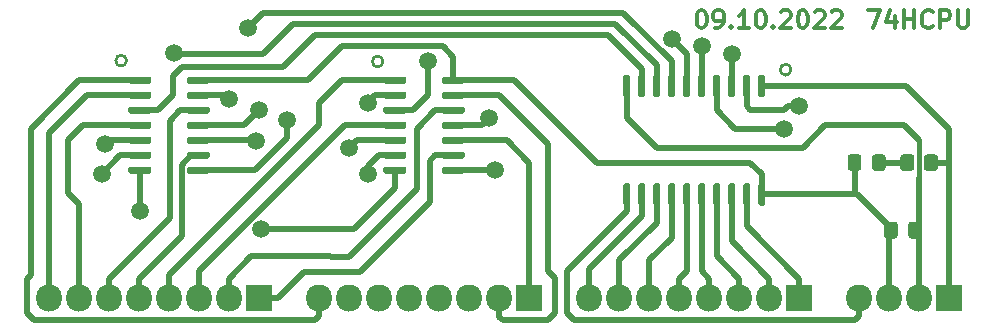
<source format=gbr>
G04 #@! TF.GenerationSoftware,KiCad,Pcbnew,(5.1.8)-1*
G04 #@! TF.CreationDate,2022-10-10T00:41:52+03:00*
G04 #@! TF.ProjectId,AND,414e442e-6b69-4636-9164-5f7063625858,rev?*
G04 #@! TF.SameCoordinates,Original*
G04 #@! TF.FileFunction,Copper,L1,Top*
G04 #@! TF.FilePolarity,Positive*
%FSLAX46Y46*%
G04 Gerber Fmt 4.6, Leading zero omitted, Abs format (unit mm)*
G04 Created by KiCad (PCBNEW (5.1.8)-1) date 2022-10-10 00:41:52*
%MOMM*%
%LPD*%
G01*
G04 APERTURE LIST*
G04 #@! TA.AperFunction,NonConductor*
%ADD10C,0.300000*%
G04 #@! TD*
G04 #@! TA.AperFunction,NonConductor*
%ADD11C,0.250000*%
G04 #@! TD*
G04 #@! TA.AperFunction,ComponentPad*
%ADD12O,2.200000X2.300000*%
G04 #@! TD*
G04 #@! TA.AperFunction,ComponentPad*
%ADD13R,2.200000X2.300000*%
G04 #@! TD*
G04 #@! TA.AperFunction,ViaPad*
%ADD14C,1.500000*%
G04 #@! TD*
G04 #@! TA.AperFunction,Conductor*
%ADD15C,0.500000*%
G04 #@! TD*
G04 #@! TA.AperFunction,Conductor*
%ADD16C,0.400000*%
G04 #@! TD*
G04 APERTURE END LIST*
D10*
X118674285Y-39818571D02*
X118817142Y-39818571D01*
X118960000Y-39890000D01*
X119031428Y-39961428D01*
X119102857Y-40104285D01*
X119174285Y-40390000D01*
X119174285Y-40747142D01*
X119102857Y-41032857D01*
X119031428Y-41175714D01*
X118960000Y-41247142D01*
X118817142Y-41318571D01*
X118674285Y-41318571D01*
X118531428Y-41247142D01*
X118460000Y-41175714D01*
X118388571Y-41032857D01*
X118317142Y-40747142D01*
X118317142Y-40390000D01*
X118388571Y-40104285D01*
X118460000Y-39961428D01*
X118531428Y-39890000D01*
X118674285Y-39818571D01*
X119888571Y-41318571D02*
X120174285Y-41318571D01*
X120317142Y-41247142D01*
X120388571Y-41175714D01*
X120531428Y-40961428D01*
X120602857Y-40675714D01*
X120602857Y-40104285D01*
X120531428Y-39961428D01*
X120460000Y-39890000D01*
X120317142Y-39818571D01*
X120031428Y-39818571D01*
X119888571Y-39890000D01*
X119817142Y-39961428D01*
X119745714Y-40104285D01*
X119745714Y-40461428D01*
X119817142Y-40604285D01*
X119888571Y-40675714D01*
X120031428Y-40747142D01*
X120317142Y-40747142D01*
X120460000Y-40675714D01*
X120531428Y-40604285D01*
X120602857Y-40461428D01*
X121245714Y-41175714D02*
X121317142Y-41247142D01*
X121245714Y-41318571D01*
X121174285Y-41247142D01*
X121245714Y-41175714D01*
X121245714Y-41318571D01*
X122745714Y-41318571D02*
X121888571Y-41318571D01*
X122317142Y-41318571D02*
X122317142Y-39818571D01*
X122174285Y-40032857D01*
X122031428Y-40175714D01*
X121888571Y-40247142D01*
X123674285Y-39818571D02*
X123817142Y-39818571D01*
X123960000Y-39890000D01*
X124031428Y-39961428D01*
X124102857Y-40104285D01*
X124174285Y-40390000D01*
X124174285Y-40747142D01*
X124102857Y-41032857D01*
X124031428Y-41175714D01*
X123960000Y-41247142D01*
X123817142Y-41318571D01*
X123674285Y-41318571D01*
X123531428Y-41247142D01*
X123460000Y-41175714D01*
X123388571Y-41032857D01*
X123317142Y-40747142D01*
X123317142Y-40390000D01*
X123388571Y-40104285D01*
X123460000Y-39961428D01*
X123531428Y-39890000D01*
X123674285Y-39818571D01*
X124817142Y-41175714D02*
X124888571Y-41247142D01*
X124817142Y-41318571D01*
X124745714Y-41247142D01*
X124817142Y-41175714D01*
X124817142Y-41318571D01*
X125460000Y-39961428D02*
X125531428Y-39890000D01*
X125674285Y-39818571D01*
X126031428Y-39818571D01*
X126174285Y-39890000D01*
X126245714Y-39961428D01*
X126317142Y-40104285D01*
X126317142Y-40247142D01*
X126245714Y-40461428D01*
X125388571Y-41318571D01*
X126317142Y-41318571D01*
X127245714Y-39818571D02*
X127388571Y-39818571D01*
X127531428Y-39890000D01*
X127602857Y-39961428D01*
X127674285Y-40104285D01*
X127745714Y-40390000D01*
X127745714Y-40747142D01*
X127674285Y-41032857D01*
X127602857Y-41175714D01*
X127531428Y-41247142D01*
X127388571Y-41318571D01*
X127245714Y-41318571D01*
X127102857Y-41247142D01*
X127031428Y-41175714D01*
X126960000Y-41032857D01*
X126888571Y-40747142D01*
X126888571Y-40390000D01*
X126960000Y-40104285D01*
X127031428Y-39961428D01*
X127102857Y-39890000D01*
X127245714Y-39818571D01*
X128317142Y-39961428D02*
X128388571Y-39890000D01*
X128531428Y-39818571D01*
X128888571Y-39818571D01*
X129031428Y-39890000D01*
X129102857Y-39961428D01*
X129174285Y-40104285D01*
X129174285Y-40247142D01*
X129102857Y-40461428D01*
X128245714Y-41318571D01*
X129174285Y-41318571D01*
X129745714Y-39961428D02*
X129817142Y-39890000D01*
X129960000Y-39818571D01*
X130317142Y-39818571D01*
X130460000Y-39890000D01*
X130531428Y-39961428D01*
X130602857Y-40104285D01*
X130602857Y-40247142D01*
X130531428Y-40461428D01*
X129674285Y-41318571D01*
X130602857Y-41318571D01*
X132874285Y-39818571D02*
X133874285Y-39818571D01*
X133231428Y-41318571D01*
X135088571Y-40318571D02*
X135088571Y-41318571D01*
X134731428Y-39747142D02*
X134374285Y-40818571D01*
X135302857Y-40818571D01*
X135874285Y-41318571D02*
X135874285Y-39818571D01*
X135874285Y-40532857D02*
X136731428Y-40532857D01*
X136731428Y-41318571D02*
X136731428Y-39818571D01*
X138302857Y-41175714D02*
X138231428Y-41247142D01*
X138017142Y-41318571D01*
X137874285Y-41318571D01*
X137660000Y-41247142D01*
X137517142Y-41104285D01*
X137445714Y-40961428D01*
X137374285Y-40675714D01*
X137374285Y-40461428D01*
X137445714Y-40175714D01*
X137517142Y-40032857D01*
X137660000Y-39890000D01*
X137874285Y-39818571D01*
X138017142Y-39818571D01*
X138231428Y-39890000D01*
X138302857Y-39961428D01*
X138945714Y-41318571D02*
X138945714Y-39818571D01*
X139517142Y-39818571D01*
X139660000Y-39890000D01*
X139731428Y-39961428D01*
X139802857Y-40104285D01*
X139802857Y-40318571D01*
X139731428Y-40461428D01*
X139660000Y-40532857D01*
X139517142Y-40604285D01*
X138945714Y-40604285D01*
X140445714Y-39818571D02*
X140445714Y-41032857D01*
X140517142Y-41175714D01*
X140588571Y-41247142D01*
X140731428Y-41318571D01*
X141017142Y-41318571D01*
X141160000Y-41247142D01*
X141231428Y-41175714D01*
X141302857Y-41032857D01*
X141302857Y-39818571D01*
D11*
X70053905Y-44069000D02*
G75*
G03*
X70053905Y-44069000I-457905J0D01*
G01*
X91770905Y-44145905D02*
G75*
G03*
X91770905Y-44145905I-457905J0D01*
G01*
X126314905Y-44831000D02*
G75*
G03*
X126314905Y-44831000I-457905J0D01*
G01*
D12*
X132080000Y-64135000D03*
X134620000Y-64135000D03*
X137160000Y-64135000D03*
D13*
X139700000Y-64135000D03*
D12*
X109220000Y-64135000D03*
X111760000Y-64135000D03*
X114300000Y-64135000D03*
X116840000Y-64135000D03*
X119380000Y-64135000D03*
X121920000Y-64135000D03*
X124460000Y-64135000D03*
D13*
X127000000Y-64135000D03*
D12*
X86360000Y-64135000D03*
X88900000Y-64135000D03*
X91440000Y-64135000D03*
X93980000Y-64135000D03*
X96520000Y-64135000D03*
X99060000Y-64135000D03*
X101600000Y-64135000D03*
D13*
X104140000Y-64135000D03*
D12*
X63500000Y-64135000D03*
X66040000Y-64135000D03*
X68580000Y-64135000D03*
X71120000Y-64135000D03*
X73660000Y-64135000D03*
X76200000Y-64135000D03*
X78740000Y-64135000D03*
D13*
X81280000Y-64135000D03*
G04 #@! TA.AperFunction,SMDPad,CuDef*
G36*
G01*
X123675000Y-45250000D02*
X123975000Y-45250000D01*
G75*
G02*
X124125000Y-45400000I0J-150000D01*
G01*
X124125000Y-47000000D01*
G75*
G02*
X123975000Y-47150000I-150000J0D01*
G01*
X123675000Y-47150000D01*
G75*
G02*
X123525000Y-47000000I0J150000D01*
G01*
X123525000Y-45400000D01*
G75*
G02*
X123675000Y-45250000I150000J0D01*
G01*
G37*
G04 #@! TD.AperFunction*
G04 #@! TA.AperFunction,SMDPad,CuDef*
G36*
G01*
X122405000Y-45250000D02*
X122705000Y-45250000D01*
G75*
G02*
X122855000Y-45400000I0J-150000D01*
G01*
X122855000Y-47000000D01*
G75*
G02*
X122705000Y-47150000I-150000J0D01*
G01*
X122405000Y-47150000D01*
G75*
G02*
X122255000Y-47000000I0J150000D01*
G01*
X122255000Y-45400000D01*
G75*
G02*
X122405000Y-45250000I150000J0D01*
G01*
G37*
G04 #@! TD.AperFunction*
G04 #@! TA.AperFunction,SMDPad,CuDef*
G36*
G01*
X121135000Y-45250000D02*
X121435000Y-45250000D01*
G75*
G02*
X121585000Y-45400000I0J-150000D01*
G01*
X121585000Y-47000000D01*
G75*
G02*
X121435000Y-47150000I-150000J0D01*
G01*
X121135000Y-47150000D01*
G75*
G02*
X120985000Y-47000000I0J150000D01*
G01*
X120985000Y-45400000D01*
G75*
G02*
X121135000Y-45250000I150000J0D01*
G01*
G37*
G04 #@! TD.AperFunction*
G04 #@! TA.AperFunction,SMDPad,CuDef*
G36*
G01*
X119865000Y-45250000D02*
X120165000Y-45250000D01*
G75*
G02*
X120315000Y-45400000I0J-150000D01*
G01*
X120315000Y-47000000D01*
G75*
G02*
X120165000Y-47150000I-150000J0D01*
G01*
X119865000Y-47150000D01*
G75*
G02*
X119715000Y-47000000I0J150000D01*
G01*
X119715000Y-45400000D01*
G75*
G02*
X119865000Y-45250000I150000J0D01*
G01*
G37*
G04 #@! TD.AperFunction*
G04 #@! TA.AperFunction,SMDPad,CuDef*
G36*
G01*
X118595000Y-45250000D02*
X118895000Y-45250000D01*
G75*
G02*
X119045000Y-45400000I0J-150000D01*
G01*
X119045000Y-47000000D01*
G75*
G02*
X118895000Y-47150000I-150000J0D01*
G01*
X118595000Y-47150000D01*
G75*
G02*
X118445000Y-47000000I0J150000D01*
G01*
X118445000Y-45400000D01*
G75*
G02*
X118595000Y-45250000I150000J0D01*
G01*
G37*
G04 #@! TD.AperFunction*
G04 #@! TA.AperFunction,SMDPad,CuDef*
G36*
G01*
X117325000Y-45250000D02*
X117625000Y-45250000D01*
G75*
G02*
X117775000Y-45400000I0J-150000D01*
G01*
X117775000Y-47000000D01*
G75*
G02*
X117625000Y-47150000I-150000J0D01*
G01*
X117325000Y-47150000D01*
G75*
G02*
X117175000Y-47000000I0J150000D01*
G01*
X117175000Y-45400000D01*
G75*
G02*
X117325000Y-45250000I150000J0D01*
G01*
G37*
G04 #@! TD.AperFunction*
G04 #@! TA.AperFunction,SMDPad,CuDef*
G36*
G01*
X116055000Y-45250000D02*
X116355000Y-45250000D01*
G75*
G02*
X116505000Y-45400000I0J-150000D01*
G01*
X116505000Y-47000000D01*
G75*
G02*
X116355000Y-47150000I-150000J0D01*
G01*
X116055000Y-47150000D01*
G75*
G02*
X115905000Y-47000000I0J150000D01*
G01*
X115905000Y-45400000D01*
G75*
G02*
X116055000Y-45250000I150000J0D01*
G01*
G37*
G04 #@! TD.AperFunction*
G04 #@! TA.AperFunction,SMDPad,CuDef*
G36*
G01*
X114785000Y-45250000D02*
X115085000Y-45250000D01*
G75*
G02*
X115235000Y-45400000I0J-150000D01*
G01*
X115235000Y-47000000D01*
G75*
G02*
X115085000Y-47150000I-150000J0D01*
G01*
X114785000Y-47150000D01*
G75*
G02*
X114635000Y-47000000I0J150000D01*
G01*
X114635000Y-45400000D01*
G75*
G02*
X114785000Y-45250000I150000J0D01*
G01*
G37*
G04 #@! TD.AperFunction*
G04 #@! TA.AperFunction,SMDPad,CuDef*
G36*
G01*
X113515000Y-45250000D02*
X113815000Y-45250000D01*
G75*
G02*
X113965000Y-45400000I0J-150000D01*
G01*
X113965000Y-47000000D01*
G75*
G02*
X113815000Y-47150000I-150000J0D01*
G01*
X113515000Y-47150000D01*
G75*
G02*
X113365000Y-47000000I0J150000D01*
G01*
X113365000Y-45400000D01*
G75*
G02*
X113515000Y-45250000I150000J0D01*
G01*
G37*
G04 #@! TD.AperFunction*
G04 #@! TA.AperFunction,SMDPad,CuDef*
G36*
G01*
X112245000Y-45250000D02*
X112545000Y-45250000D01*
G75*
G02*
X112695000Y-45400000I0J-150000D01*
G01*
X112695000Y-47000000D01*
G75*
G02*
X112545000Y-47150000I-150000J0D01*
G01*
X112245000Y-47150000D01*
G75*
G02*
X112095000Y-47000000I0J150000D01*
G01*
X112095000Y-45400000D01*
G75*
G02*
X112245000Y-45250000I150000J0D01*
G01*
G37*
G04 #@! TD.AperFunction*
G04 #@! TA.AperFunction,SMDPad,CuDef*
G36*
G01*
X112245000Y-54450000D02*
X112545000Y-54450000D01*
G75*
G02*
X112695000Y-54600000I0J-150000D01*
G01*
X112695000Y-56200000D01*
G75*
G02*
X112545000Y-56350000I-150000J0D01*
G01*
X112245000Y-56350000D01*
G75*
G02*
X112095000Y-56200000I0J150000D01*
G01*
X112095000Y-54600000D01*
G75*
G02*
X112245000Y-54450000I150000J0D01*
G01*
G37*
G04 #@! TD.AperFunction*
G04 #@! TA.AperFunction,SMDPad,CuDef*
G36*
G01*
X113515000Y-54450000D02*
X113815000Y-54450000D01*
G75*
G02*
X113965000Y-54600000I0J-150000D01*
G01*
X113965000Y-56200000D01*
G75*
G02*
X113815000Y-56350000I-150000J0D01*
G01*
X113515000Y-56350000D01*
G75*
G02*
X113365000Y-56200000I0J150000D01*
G01*
X113365000Y-54600000D01*
G75*
G02*
X113515000Y-54450000I150000J0D01*
G01*
G37*
G04 #@! TD.AperFunction*
G04 #@! TA.AperFunction,SMDPad,CuDef*
G36*
G01*
X114785000Y-54450000D02*
X115085000Y-54450000D01*
G75*
G02*
X115235000Y-54600000I0J-150000D01*
G01*
X115235000Y-56200000D01*
G75*
G02*
X115085000Y-56350000I-150000J0D01*
G01*
X114785000Y-56350000D01*
G75*
G02*
X114635000Y-56200000I0J150000D01*
G01*
X114635000Y-54600000D01*
G75*
G02*
X114785000Y-54450000I150000J0D01*
G01*
G37*
G04 #@! TD.AperFunction*
G04 #@! TA.AperFunction,SMDPad,CuDef*
G36*
G01*
X116055000Y-54450000D02*
X116355000Y-54450000D01*
G75*
G02*
X116505000Y-54600000I0J-150000D01*
G01*
X116505000Y-56200000D01*
G75*
G02*
X116355000Y-56350000I-150000J0D01*
G01*
X116055000Y-56350000D01*
G75*
G02*
X115905000Y-56200000I0J150000D01*
G01*
X115905000Y-54600000D01*
G75*
G02*
X116055000Y-54450000I150000J0D01*
G01*
G37*
G04 #@! TD.AperFunction*
G04 #@! TA.AperFunction,SMDPad,CuDef*
G36*
G01*
X117325000Y-54450000D02*
X117625000Y-54450000D01*
G75*
G02*
X117775000Y-54600000I0J-150000D01*
G01*
X117775000Y-56200000D01*
G75*
G02*
X117625000Y-56350000I-150000J0D01*
G01*
X117325000Y-56350000D01*
G75*
G02*
X117175000Y-56200000I0J150000D01*
G01*
X117175000Y-54600000D01*
G75*
G02*
X117325000Y-54450000I150000J0D01*
G01*
G37*
G04 #@! TD.AperFunction*
G04 #@! TA.AperFunction,SMDPad,CuDef*
G36*
G01*
X118595000Y-54450000D02*
X118895000Y-54450000D01*
G75*
G02*
X119045000Y-54600000I0J-150000D01*
G01*
X119045000Y-56200000D01*
G75*
G02*
X118895000Y-56350000I-150000J0D01*
G01*
X118595000Y-56350000D01*
G75*
G02*
X118445000Y-56200000I0J150000D01*
G01*
X118445000Y-54600000D01*
G75*
G02*
X118595000Y-54450000I150000J0D01*
G01*
G37*
G04 #@! TD.AperFunction*
G04 #@! TA.AperFunction,SMDPad,CuDef*
G36*
G01*
X119865000Y-54450000D02*
X120165000Y-54450000D01*
G75*
G02*
X120315000Y-54600000I0J-150000D01*
G01*
X120315000Y-56200000D01*
G75*
G02*
X120165000Y-56350000I-150000J0D01*
G01*
X119865000Y-56350000D01*
G75*
G02*
X119715000Y-56200000I0J150000D01*
G01*
X119715000Y-54600000D01*
G75*
G02*
X119865000Y-54450000I150000J0D01*
G01*
G37*
G04 #@! TD.AperFunction*
G04 #@! TA.AperFunction,SMDPad,CuDef*
G36*
G01*
X121135000Y-54450000D02*
X121435000Y-54450000D01*
G75*
G02*
X121585000Y-54600000I0J-150000D01*
G01*
X121585000Y-56200000D01*
G75*
G02*
X121435000Y-56350000I-150000J0D01*
G01*
X121135000Y-56350000D01*
G75*
G02*
X120985000Y-56200000I0J150000D01*
G01*
X120985000Y-54600000D01*
G75*
G02*
X121135000Y-54450000I150000J0D01*
G01*
G37*
G04 #@! TD.AperFunction*
G04 #@! TA.AperFunction,SMDPad,CuDef*
G36*
G01*
X122405000Y-54450000D02*
X122705000Y-54450000D01*
G75*
G02*
X122855000Y-54600000I0J-150000D01*
G01*
X122855000Y-56200000D01*
G75*
G02*
X122705000Y-56350000I-150000J0D01*
G01*
X122405000Y-56350000D01*
G75*
G02*
X122255000Y-56200000I0J150000D01*
G01*
X122255000Y-54600000D01*
G75*
G02*
X122405000Y-54450000I150000J0D01*
G01*
G37*
G04 #@! TD.AperFunction*
G04 #@! TA.AperFunction,SMDPad,CuDef*
G36*
G01*
X123675000Y-54450000D02*
X123975000Y-54450000D01*
G75*
G02*
X124125000Y-54600000I0J-150000D01*
G01*
X124125000Y-56200000D01*
G75*
G02*
X123975000Y-56350000I-150000J0D01*
G01*
X123675000Y-56350000D01*
G75*
G02*
X123525000Y-56200000I0J150000D01*
G01*
X123525000Y-54600000D01*
G75*
G02*
X123675000Y-54450000I150000J0D01*
G01*
G37*
G04 #@! TD.AperFunction*
G04 #@! TA.AperFunction,SMDPad,CuDef*
G36*
G01*
X70210000Y-45870000D02*
X70210000Y-45570000D01*
G75*
G02*
X70360000Y-45420000I150000J0D01*
G01*
X72010000Y-45420000D01*
G75*
G02*
X72160000Y-45570000I0J-150000D01*
G01*
X72160000Y-45870000D01*
G75*
G02*
X72010000Y-46020000I-150000J0D01*
G01*
X70360000Y-46020000D01*
G75*
G02*
X70210000Y-45870000I0J150000D01*
G01*
G37*
G04 #@! TD.AperFunction*
G04 #@! TA.AperFunction,SMDPad,CuDef*
G36*
G01*
X70210000Y-47140000D02*
X70210000Y-46840000D01*
G75*
G02*
X70360000Y-46690000I150000J0D01*
G01*
X72010000Y-46690000D01*
G75*
G02*
X72160000Y-46840000I0J-150000D01*
G01*
X72160000Y-47140000D01*
G75*
G02*
X72010000Y-47290000I-150000J0D01*
G01*
X70360000Y-47290000D01*
G75*
G02*
X70210000Y-47140000I0J150000D01*
G01*
G37*
G04 #@! TD.AperFunction*
G04 #@! TA.AperFunction,SMDPad,CuDef*
G36*
G01*
X70210000Y-48410000D02*
X70210000Y-48110000D01*
G75*
G02*
X70360000Y-47960000I150000J0D01*
G01*
X72010000Y-47960000D01*
G75*
G02*
X72160000Y-48110000I0J-150000D01*
G01*
X72160000Y-48410000D01*
G75*
G02*
X72010000Y-48560000I-150000J0D01*
G01*
X70360000Y-48560000D01*
G75*
G02*
X70210000Y-48410000I0J150000D01*
G01*
G37*
G04 #@! TD.AperFunction*
G04 #@! TA.AperFunction,SMDPad,CuDef*
G36*
G01*
X70210000Y-49680000D02*
X70210000Y-49380000D01*
G75*
G02*
X70360000Y-49230000I150000J0D01*
G01*
X72010000Y-49230000D01*
G75*
G02*
X72160000Y-49380000I0J-150000D01*
G01*
X72160000Y-49680000D01*
G75*
G02*
X72010000Y-49830000I-150000J0D01*
G01*
X70360000Y-49830000D01*
G75*
G02*
X70210000Y-49680000I0J150000D01*
G01*
G37*
G04 #@! TD.AperFunction*
G04 #@! TA.AperFunction,SMDPad,CuDef*
G36*
G01*
X70210000Y-50950000D02*
X70210000Y-50650000D01*
G75*
G02*
X70360000Y-50500000I150000J0D01*
G01*
X72010000Y-50500000D01*
G75*
G02*
X72160000Y-50650000I0J-150000D01*
G01*
X72160000Y-50950000D01*
G75*
G02*
X72010000Y-51100000I-150000J0D01*
G01*
X70360000Y-51100000D01*
G75*
G02*
X70210000Y-50950000I0J150000D01*
G01*
G37*
G04 #@! TD.AperFunction*
G04 #@! TA.AperFunction,SMDPad,CuDef*
G36*
G01*
X70210000Y-52220000D02*
X70210000Y-51920000D01*
G75*
G02*
X70360000Y-51770000I150000J0D01*
G01*
X72010000Y-51770000D01*
G75*
G02*
X72160000Y-51920000I0J-150000D01*
G01*
X72160000Y-52220000D01*
G75*
G02*
X72010000Y-52370000I-150000J0D01*
G01*
X70360000Y-52370000D01*
G75*
G02*
X70210000Y-52220000I0J150000D01*
G01*
G37*
G04 #@! TD.AperFunction*
G04 #@! TA.AperFunction,SMDPad,CuDef*
G36*
G01*
X70210000Y-53490000D02*
X70210000Y-53190000D01*
G75*
G02*
X70360000Y-53040000I150000J0D01*
G01*
X72010000Y-53040000D01*
G75*
G02*
X72160000Y-53190000I0J-150000D01*
G01*
X72160000Y-53490000D01*
G75*
G02*
X72010000Y-53640000I-150000J0D01*
G01*
X70360000Y-53640000D01*
G75*
G02*
X70210000Y-53490000I0J150000D01*
G01*
G37*
G04 #@! TD.AperFunction*
G04 #@! TA.AperFunction,SMDPad,CuDef*
G36*
G01*
X75160000Y-53490000D02*
X75160000Y-53190000D01*
G75*
G02*
X75310000Y-53040000I150000J0D01*
G01*
X76960000Y-53040000D01*
G75*
G02*
X77110000Y-53190000I0J-150000D01*
G01*
X77110000Y-53490000D01*
G75*
G02*
X76960000Y-53640000I-150000J0D01*
G01*
X75310000Y-53640000D01*
G75*
G02*
X75160000Y-53490000I0J150000D01*
G01*
G37*
G04 #@! TD.AperFunction*
G04 #@! TA.AperFunction,SMDPad,CuDef*
G36*
G01*
X75160000Y-52220000D02*
X75160000Y-51920000D01*
G75*
G02*
X75310000Y-51770000I150000J0D01*
G01*
X76960000Y-51770000D01*
G75*
G02*
X77110000Y-51920000I0J-150000D01*
G01*
X77110000Y-52220000D01*
G75*
G02*
X76960000Y-52370000I-150000J0D01*
G01*
X75310000Y-52370000D01*
G75*
G02*
X75160000Y-52220000I0J150000D01*
G01*
G37*
G04 #@! TD.AperFunction*
G04 #@! TA.AperFunction,SMDPad,CuDef*
G36*
G01*
X75160000Y-50950000D02*
X75160000Y-50650000D01*
G75*
G02*
X75310000Y-50500000I150000J0D01*
G01*
X76960000Y-50500000D01*
G75*
G02*
X77110000Y-50650000I0J-150000D01*
G01*
X77110000Y-50950000D01*
G75*
G02*
X76960000Y-51100000I-150000J0D01*
G01*
X75310000Y-51100000D01*
G75*
G02*
X75160000Y-50950000I0J150000D01*
G01*
G37*
G04 #@! TD.AperFunction*
G04 #@! TA.AperFunction,SMDPad,CuDef*
G36*
G01*
X75160000Y-49680000D02*
X75160000Y-49380000D01*
G75*
G02*
X75310000Y-49230000I150000J0D01*
G01*
X76960000Y-49230000D01*
G75*
G02*
X77110000Y-49380000I0J-150000D01*
G01*
X77110000Y-49680000D01*
G75*
G02*
X76960000Y-49830000I-150000J0D01*
G01*
X75310000Y-49830000D01*
G75*
G02*
X75160000Y-49680000I0J150000D01*
G01*
G37*
G04 #@! TD.AperFunction*
G04 #@! TA.AperFunction,SMDPad,CuDef*
G36*
G01*
X75160000Y-48410000D02*
X75160000Y-48110000D01*
G75*
G02*
X75310000Y-47960000I150000J0D01*
G01*
X76960000Y-47960000D01*
G75*
G02*
X77110000Y-48110000I0J-150000D01*
G01*
X77110000Y-48410000D01*
G75*
G02*
X76960000Y-48560000I-150000J0D01*
G01*
X75310000Y-48560000D01*
G75*
G02*
X75160000Y-48410000I0J150000D01*
G01*
G37*
G04 #@! TD.AperFunction*
G04 #@! TA.AperFunction,SMDPad,CuDef*
G36*
G01*
X75160000Y-47140000D02*
X75160000Y-46840000D01*
G75*
G02*
X75310000Y-46690000I150000J0D01*
G01*
X76960000Y-46690000D01*
G75*
G02*
X77110000Y-46840000I0J-150000D01*
G01*
X77110000Y-47140000D01*
G75*
G02*
X76960000Y-47290000I-150000J0D01*
G01*
X75310000Y-47290000D01*
G75*
G02*
X75160000Y-47140000I0J150000D01*
G01*
G37*
G04 #@! TD.AperFunction*
G04 #@! TA.AperFunction,SMDPad,CuDef*
G36*
G01*
X75160000Y-45870000D02*
X75160000Y-45570000D01*
G75*
G02*
X75310000Y-45420000I150000J0D01*
G01*
X76960000Y-45420000D01*
G75*
G02*
X77110000Y-45570000I0J-150000D01*
G01*
X77110000Y-45870000D01*
G75*
G02*
X76960000Y-46020000I-150000J0D01*
G01*
X75310000Y-46020000D01*
G75*
G02*
X75160000Y-45870000I0J150000D01*
G01*
G37*
G04 #@! TD.AperFunction*
G04 #@! TA.AperFunction,SMDPad,CuDef*
G36*
G01*
X96750000Y-45870000D02*
X96750000Y-45570000D01*
G75*
G02*
X96900000Y-45420000I150000J0D01*
G01*
X98550000Y-45420000D01*
G75*
G02*
X98700000Y-45570000I0J-150000D01*
G01*
X98700000Y-45870000D01*
G75*
G02*
X98550000Y-46020000I-150000J0D01*
G01*
X96900000Y-46020000D01*
G75*
G02*
X96750000Y-45870000I0J150000D01*
G01*
G37*
G04 #@! TD.AperFunction*
G04 #@! TA.AperFunction,SMDPad,CuDef*
G36*
G01*
X96750000Y-47140000D02*
X96750000Y-46840000D01*
G75*
G02*
X96900000Y-46690000I150000J0D01*
G01*
X98550000Y-46690000D01*
G75*
G02*
X98700000Y-46840000I0J-150000D01*
G01*
X98700000Y-47140000D01*
G75*
G02*
X98550000Y-47290000I-150000J0D01*
G01*
X96900000Y-47290000D01*
G75*
G02*
X96750000Y-47140000I0J150000D01*
G01*
G37*
G04 #@! TD.AperFunction*
G04 #@! TA.AperFunction,SMDPad,CuDef*
G36*
G01*
X96750000Y-48410000D02*
X96750000Y-48110000D01*
G75*
G02*
X96900000Y-47960000I150000J0D01*
G01*
X98550000Y-47960000D01*
G75*
G02*
X98700000Y-48110000I0J-150000D01*
G01*
X98700000Y-48410000D01*
G75*
G02*
X98550000Y-48560000I-150000J0D01*
G01*
X96900000Y-48560000D01*
G75*
G02*
X96750000Y-48410000I0J150000D01*
G01*
G37*
G04 #@! TD.AperFunction*
G04 #@! TA.AperFunction,SMDPad,CuDef*
G36*
G01*
X96750000Y-49680000D02*
X96750000Y-49380000D01*
G75*
G02*
X96900000Y-49230000I150000J0D01*
G01*
X98550000Y-49230000D01*
G75*
G02*
X98700000Y-49380000I0J-150000D01*
G01*
X98700000Y-49680000D01*
G75*
G02*
X98550000Y-49830000I-150000J0D01*
G01*
X96900000Y-49830000D01*
G75*
G02*
X96750000Y-49680000I0J150000D01*
G01*
G37*
G04 #@! TD.AperFunction*
G04 #@! TA.AperFunction,SMDPad,CuDef*
G36*
G01*
X96750000Y-50950000D02*
X96750000Y-50650000D01*
G75*
G02*
X96900000Y-50500000I150000J0D01*
G01*
X98550000Y-50500000D01*
G75*
G02*
X98700000Y-50650000I0J-150000D01*
G01*
X98700000Y-50950000D01*
G75*
G02*
X98550000Y-51100000I-150000J0D01*
G01*
X96900000Y-51100000D01*
G75*
G02*
X96750000Y-50950000I0J150000D01*
G01*
G37*
G04 #@! TD.AperFunction*
G04 #@! TA.AperFunction,SMDPad,CuDef*
G36*
G01*
X96750000Y-52220000D02*
X96750000Y-51920000D01*
G75*
G02*
X96900000Y-51770000I150000J0D01*
G01*
X98550000Y-51770000D01*
G75*
G02*
X98700000Y-51920000I0J-150000D01*
G01*
X98700000Y-52220000D01*
G75*
G02*
X98550000Y-52370000I-150000J0D01*
G01*
X96900000Y-52370000D01*
G75*
G02*
X96750000Y-52220000I0J150000D01*
G01*
G37*
G04 #@! TD.AperFunction*
G04 #@! TA.AperFunction,SMDPad,CuDef*
G36*
G01*
X96750000Y-53490000D02*
X96750000Y-53190000D01*
G75*
G02*
X96900000Y-53040000I150000J0D01*
G01*
X98550000Y-53040000D01*
G75*
G02*
X98700000Y-53190000I0J-150000D01*
G01*
X98700000Y-53490000D01*
G75*
G02*
X98550000Y-53640000I-150000J0D01*
G01*
X96900000Y-53640000D01*
G75*
G02*
X96750000Y-53490000I0J150000D01*
G01*
G37*
G04 #@! TD.AperFunction*
G04 #@! TA.AperFunction,SMDPad,CuDef*
G36*
G01*
X91800000Y-53490000D02*
X91800000Y-53190000D01*
G75*
G02*
X91950000Y-53040000I150000J0D01*
G01*
X93600000Y-53040000D01*
G75*
G02*
X93750000Y-53190000I0J-150000D01*
G01*
X93750000Y-53490000D01*
G75*
G02*
X93600000Y-53640000I-150000J0D01*
G01*
X91950000Y-53640000D01*
G75*
G02*
X91800000Y-53490000I0J150000D01*
G01*
G37*
G04 #@! TD.AperFunction*
G04 #@! TA.AperFunction,SMDPad,CuDef*
G36*
G01*
X91800000Y-52220000D02*
X91800000Y-51920000D01*
G75*
G02*
X91950000Y-51770000I150000J0D01*
G01*
X93600000Y-51770000D01*
G75*
G02*
X93750000Y-51920000I0J-150000D01*
G01*
X93750000Y-52220000D01*
G75*
G02*
X93600000Y-52370000I-150000J0D01*
G01*
X91950000Y-52370000D01*
G75*
G02*
X91800000Y-52220000I0J150000D01*
G01*
G37*
G04 #@! TD.AperFunction*
G04 #@! TA.AperFunction,SMDPad,CuDef*
G36*
G01*
X91800000Y-50950000D02*
X91800000Y-50650000D01*
G75*
G02*
X91950000Y-50500000I150000J0D01*
G01*
X93600000Y-50500000D01*
G75*
G02*
X93750000Y-50650000I0J-150000D01*
G01*
X93750000Y-50950000D01*
G75*
G02*
X93600000Y-51100000I-150000J0D01*
G01*
X91950000Y-51100000D01*
G75*
G02*
X91800000Y-50950000I0J150000D01*
G01*
G37*
G04 #@! TD.AperFunction*
G04 #@! TA.AperFunction,SMDPad,CuDef*
G36*
G01*
X91800000Y-49680000D02*
X91800000Y-49380000D01*
G75*
G02*
X91950000Y-49230000I150000J0D01*
G01*
X93600000Y-49230000D01*
G75*
G02*
X93750000Y-49380000I0J-150000D01*
G01*
X93750000Y-49680000D01*
G75*
G02*
X93600000Y-49830000I-150000J0D01*
G01*
X91950000Y-49830000D01*
G75*
G02*
X91800000Y-49680000I0J150000D01*
G01*
G37*
G04 #@! TD.AperFunction*
G04 #@! TA.AperFunction,SMDPad,CuDef*
G36*
G01*
X91800000Y-48410000D02*
X91800000Y-48110000D01*
G75*
G02*
X91950000Y-47960000I150000J0D01*
G01*
X93600000Y-47960000D01*
G75*
G02*
X93750000Y-48110000I0J-150000D01*
G01*
X93750000Y-48410000D01*
G75*
G02*
X93600000Y-48560000I-150000J0D01*
G01*
X91950000Y-48560000D01*
G75*
G02*
X91800000Y-48410000I0J150000D01*
G01*
G37*
G04 #@! TD.AperFunction*
G04 #@! TA.AperFunction,SMDPad,CuDef*
G36*
G01*
X91800000Y-47140000D02*
X91800000Y-46840000D01*
G75*
G02*
X91950000Y-46690000I150000J0D01*
G01*
X93600000Y-46690000D01*
G75*
G02*
X93750000Y-46840000I0J-150000D01*
G01*
X93750000Y-47140000D01*
G75*
G02*
X93600000Y-47290000I-150000J0D01*
G01*
X91950000Y-47290000D01*
G75*
G02*
X91800000Y-47140000I0J150000D01*
G01*
G37*
G04 #@! TD.AperFunction*
G04 #@! TA.AperFunction,SMDPad,CuDef*
G36*
G01*
X91800000Y-45870000D02*
X91800000Y-45570000D01*
G75*
G02*
X91950000Y-45420000I150000J0D01*
G01*
X93600000Y-45420000D01*
G75*
G02*
X93750000Y-45570000I0J-150000D01*
G01*
X93750000Y-45870000D01*
G75*
G02*
X93600000Y-46020000I-150000J0D01*
G01*
X91950000Y-46020000D01*
G75*
G02*
X91800000Y-45870000I0J150000D01*
G01*
G37*
G04 #@! TD.AperFunction*
G04 #@! TA.AperFunction,SMDPad,CuDef*
G36*
G01*
X134180000Y-58895000D02*
X134180000Y-57945000D01*
G75*
G02*
X134430000Y-57695000I250000J0D01*
G01*
X135105000Y-57695000D01*
G75*
G02*
X135355000Y-57945000I0J-250000D01*
G01*
X135355000Y-58895000D01*
G75*
G02*
X135105000Y-59145000I-250000J0D01*
G01*
X134430000Y-59145000D01*
G75*
G02*
X134180000Y-58895000I0J250000D01*
G01*
G37*
G04 #@! TD.AperFunction*
G04 #@! TA.AperFunction,SMDPad,CuDef*
G36*
G01*
X136255000Y-58895000D02*
X136255000Y-57945000D01*
G75*
G02*
X136505000Y-57695000I250000J0D01*
G01*
X137180000Y-57695000D01*
G75*
G02*
X137430000Y-57945000I0J-250000D01*
G01*
X137430000Y-58895000D01*
G75*
G02*
X137180000Y-59145000I-250000J0D01*
G01*
X136505000Y-59145000D01*
G75*
G02*
X136255000Y-58895000I0J250000D01*
G01*
G37*
G04 #@! TD.AperFunction*
G04 #@! TA.AperFunction,SMDPad,CuDef*
G36*
G01*
X131115000Y-53155001D02*
X131115000Y-52254999D01*
G75*
G02*
X131364999Y-52005000I249999J0D01*
G01*
X132015001Y-52005000D01*
G75*
G02*
X132265000Y-52254999I0J-249999D01*
G01*
X132265000Y-53155001D01*
G75*
G02*
X132015001Y-53405000I-249999J0D01*
G01*
X131364999Y-53405000D01*
G75*
G02*
X131115000Y-53155001I0J249999D01*
G01*
G37*
G04 #@! TD.AperFunction*
G04 #@! TA.AperFunction,SMDPad,CuDef*
G36*
G01*
X133165000Y-53155001D02*
X133165000Y-52254999D01*
G75*
G02*
X133414999Y-52005000I249999J0D01*
G01*
X134065001Y-52005000D01*
G75*
G02*
X134315000Y-52254999I0J-249999D01*
G01*
X134315000Y-53155001D01*
G75*
G02*
X134065001Y-53405000I-249999J0D01*
G01*
X133414999Y-53405000D01*
G75*
G02*
X133165000Y-53155001I0J249999D01*
G01*
G37*
G04 #@! TD.AperFunction*
G04 #@! TA.AperFunction,SMDPad,CuDef*
G36*
G01*
X135560000Y-53155001D02*
X135560000Y-52254999D01*
G75*
G02*
X135809999Y-52005000I249999J0D01*
G01*
X136510001Y-52005000D01*
G75*
G02*
X136760000Y-52254999I0J-249999D01*
G01*
X136760000Y-53155001D01*
G75*
G02*
X136510001Y-53405000I-249999J0D01*
G01*
X135809999Y-53405000D01*
G75*
G02*
X135560000Y-53155001I0J249999D01*
G01*
G37*
G04 #@! TD.AperFunction*
G04 #@! TA.AperFunction,SMDPad,CuDef*
G36*
G01*
X137560000Y-53155001D02*
X137560000Y-52254999D01*
G75*
G02*
X137809999Y-52005000I249999J0D01*
G01*
X138510001Y-52005000D01*
G75*
G02*
X138760000Y-52254999I0J-249999D01*
G01*
X138760000Y-53155001D01*
G75*
G02*
X138510001Y-53405000I-249999J0D01*
G01*
X137809999Y-53405000D01*
G75*
G02*
X137560000Y-53155001I0J249999D01*
G01*
G37*
G04 #@! TD.AperFunction*
D14*
X68262500Y-51117500D03*
X78740000Y-47307500D03*
X81003100Y-50864900D03*
X90487500Y-47625000D03*
X88900000Y-51435000D03*
X71185000Y-56832500D03*
X81417700Y-58358200D03*
X127000000Y-47942500D03*
X101282500Y-53340000D03*
X121285000Y-43497500D03*
X100779700Y-48895000D03*
X125730000Y-49847500D03*
X90487500Y-53657500D03*
X118745000Y-42862500D03*
X95567500Y-44132500D03*
X116205000Y-42227500D03*
X83633400Y-49081600D03*
X81280000Y-48260000D03*
X80327500Y-41275000D03*
X67945000Y-53657500D03*
X74062500Y-43412500D03*
D15*
X66357500Y-49530000D02*
X66992500Y-49530000D01*
X65087500Y-50800000D02*
X66357500Y-49530000D01*
X65087500Y-55245000D02*
X65087500Y-50800000D01*
X66992500Y-49530000D02*
X71185000Y-49530000D01*
X66040000Y-56197500D02*
X65087500Y-55245000D01*
X66040000Y-64135000D02*
X66040000Y-56197500D01*
X68580000Y-62535000D02*
X68580000Y-64135000D01*
X73736800Y-57378200D02*
X68580000Y-62535000D01*
X73736800Y-49135700D02*
X73736800Y-57378200D01*
X74612500Y-48260000D02*
X73736800Y-49135700D01*
X76135000Y-48260000D02*
X74612500Y-48260000D01*
X71120000Y-64135000D02*
X71120000Y-62535000D01*
X76135000Y-52070000D02*
X75511000Y-52070000D01*
X75511000Y-52070000D02*
X74709100Y-52871900D01*
X74709100Y-52871900D02*
X74709100Y-58945900D01*
X74709100Y-58945900D02*
X71120000Y-62535000D01*
X73660000Y-62230000D02*
X73660000Y-64135000D01*
X86360000Y-49530000D02*
X73660000Y-62230000D01*
X86360000Y-47625000D02*
X86360000Y-49530000D01*
X88265000Y-45720000D02*
X86360000Y-47625000D01*
X92775000Y-45720000D02*
X88265000Y-45720000D01*
X76200000Y-62535000D02*
X76200000Y-61878400D01*
X76200000Y-61878400D02*
X88548400Y-49530000D01*
X88548400Y-49530000D02*
X92775000Y-49530000D01*
X76200000Y-64135000D02*
X76200000Y-62535000D01*
X96202500Y-48260000D02*
X97725000Y-48260000D01*
X94615000Y-49847500D02*
X96202500Y-48260000D01*
X94615000Y-54927500D02*
X94615000Y-49847500D01*
X88857250Y-60685250D02*
X94615000Y-54927500D01*
X87355250Y-60685250D02*
X88857250Y-60685250D01*
X87312500Y-60642500D02*
X87355250Y-60685250D01*
X80632500Y-60642500D02*
X87312500Y-60642500D01*
X78740000Y-62535000D02*
X80632500Y-60642500D01*
X78740000Y-64135000D02*
X78740000Y-62535000D01*
X70588100Y-50800000D02*
X71185000Y-50800000D01*
X68580000Y-50800000D02*
X68262500Y-51117500D01*
X71185000Y-50800000D02*
X68580000Y-50800000D01*
X78422500Y-46990000D02*
X78740000Y-47307500D01*
X76135000Y-46990000D02*
X78422500Y-46990000D01*
X76135000Y-50800000D02*
X80938200Y-50800000D01*
X80938200Y-50800000D02*
X81003100Y-50864900D01*
X91122500Y-46990000D02*
X90487500Y-47625000D01*
X92775000Y-46990000D02*
X91122500Y-46990000D01*
X89535000Y-50800000D02*
X88900000Y-51435000D01*
X92775000Y-50800000D02*
X89535000Y-50800000D01*
X101600000Y-65735000D02*
X101600000Y-64135000D01*
X101612500Y-65735000D02*
X101600000Y-65735000D01*
X106297490Y-62482490D02*
X106297490Y-65470010D01*
X105710900Y-61895900D02*
X106297490Y-62482490D01*
X105710900Y-51100900D02*
X105710900Y-61895900D01*
X101600000Y-46990000D02*
X105710900Y-51100900D01*
X97725000Y-46990000D02*
X101600000Y-46990000D01*
X101917500Y-66040000D02*
X105727500Y-66040000D01*
X106297490Y-65470010D02*
X105727500Y-66040000D01*
X101917500Y-66040000D02*
X101612500Y-65735000D01*
X114935000Y-55400000D02*
X114935000Y-57802400D01*
X114935000Y-57802400D02*
X111760000Y-60977400D01*
X111760000Y-60977400D02*
X111760000Y-64135000D01*
X116205000Y-55400000D02*
X116205000Y-59072400D01*
X116205000Y-59072400D02*
X114300000Y-60977400D01*
X114300000Y-60977400D02*
X114300000Y-64135000D01*
X116840000Y-64135000D02*
X116840000Y-62535000D01*
X117475000Y-55400000D02*
X117475000Y-61900000D01*
X117475000Y-61900000D02*
X116840000Y-62535000D01*
X119380000Y-64135000D02*
X119380000Y-62535000D01*
X118745000Y-55400000D02*
X118745000Y-61900000D01*
X118745000Y-61900000D02*
X119380000Y-62535000D01*
X121920000Y-64135000D02*
X121920000Y-62535000D01*
X120015000Y-55400000D02*
X120015000Y-60630000D01*
X120015000Y-60630000D02*
X121920000Y-62535000D01*
X124460000Y-64135000D02*
X124460000Y-62535000D01*
X121285000Y-55400000D02*
X121285000Y-59360000D01*
X121285000Y-59360000D02*
X124460000Y-62535000D01*
X123825000Y-53657500D02*
X123825000Y-55400000D01*
X122872500Y-52705000D02*
X123825000Y-53657500D01*
X109855000Y-52705000D02*
X122872500Y-52705000D01*
X102870000Y-45720000D02*
X109855000Y-52705000D01*
X97725000Y-45720000D02*
X102870000Y-45720000D01*
X97725000Y-44702500D02*
X97725000Y-45720000D01*
X97725000Y-43750000D02*
X97725000Y-44702500D01*
X96837500Y-42862500D02*
X97725000Y-43750000D01*
X88265000Y-42862500D02*
X96837500Y-42862500D01*
X85407500Y-45720000D02*
X88265000Y-42862500D01*
X76135000Y-45720000D02*
X85407500Y-45720000D01*
X134620000Y-59690000D02*
X134620000Y-64135000D01*
X134620000Y-58102500D02*
X134620000Y-59690000D01*
X131917500Y-55400000D02*
X134620000Y-58102500D01*
X131690000Y-55310000D02*
X131600000Y-55400000D01*
X131690000Y-52705000D02*
X131690000Y-55310000D01*
X131600000Y-55400000D02*
X131917500Y-55400000D01*
X123825000Y-55400000D02*
X131600000Y-55400000D01*
X71185000Y-54592100D02*
X71185000Y-53340000D01*
X71185000Y-54592100D02*
X71185000Y-56832500D01*
X92775000Y-54862500D02*
X92775000Y-53910000D01*
X92775000Y-53910000D02*
X92775000Y-53340000D01*
X89279300Y-58358200D02*
X92775000Y-54862500D01*
X81417700Y-58358200D02*
X89279300Y-58358200D01*
X136842500Y-58420000D02*
X137160000Y-58420000D01*
X137160000Y-60960000D02*
X137160000Y-64135000D01*
X112395000Y-48895000D02*
X112395000Y-46200000D01*
X114935000Y-51435000D02*
X112395000Y-48895000D01*
X127317500Y-51435000D02*
X114935000Y-51435000D01*
X129222500Y-49530000D02*
X127317500Y-51435000D01*
X135890000Y-49530000D02*
X129222500Y-49530000D01*
X137160000Y-50800000D02*
X135890000Y-49530000D01*
D16*
X137160000Y-53975000D02*
X137160000Y-50800000D01*
D15*
X137160000Y-60960000D02*
X137160000Y-53975000D01*
X97725000Y-53340000D02*
X99706000Y-53340000D01*
X99706000Y-53340000D02*
X101282500Y-53340000D01*
X122555000Y-46200000D02*
X122555000Y-47942500D01*
X122555000Y-47942500D02*
X122872500Y-48260000D01*
X122872500Y-48260000D02*
X125730000Y-48260000D01*
X126047500Y-47942500D02*
X127000000Y-47942500D01*
X125730000Y-48260000D02*
X126047500Y-47942500D01*
X121285000Y-46200000D02*
X121285000Y-45641700D01*
X121285000Y-46200000D02*
X121285000Y-43497500D01*
X100144700Y-49530000D02*
X97725000Y-49530000D01*
X100779700Y-48895000D02*
X100144700Y-49530000D01*
X120015000Y-46200000D02*
X120015000Y-48260000D01*
X120015000Y-48260000D02*
X121602500Y-49847500D01*
X121602500Y-49847500D02*
X125730000Y-49847500D01*
X92775000Y-52070000D02*
X91440000Y-52070000D01*
X90487500Y-53022500D02*
X90487500Y-53657500D01*
X91440000Y-52070000D02*
X90487500Y-53022500D01*
X118745000Y-46200000D02*
X118745000Y-42862500D01*
X94297500Y-48260000D02*
X92775000Y-48260000D01*
X95567500Y-46990000D02*
X94297500Y-48260000D01*
X95567500Y-44132500D02*
X95567500Y-46990000D01*
X117475000Y-43497500D02*
X116205000Y-42227500D01*
X117475000Y-46200000D02*
X117475000Y-43497500D01*
X80962500Y-53284300D02*
X83633400Y-50613400D01*
X80962500Y-53340000D02*
X80962500Y-53284300D01*
X83633400Y-49081600D02*
X83633400Y-50613400D01*
X76135000Y-53340000D02*
X80962500Y-53340000D01*
X116205000Y-44132500D02*
X116205000Y-46200000D01*
X112077500Y-40005000D02*
X116205000Y-44132500D01*
X81597500Y-40005000D02*
X112077500Y-40005000D01*
X80327500Y-41275000D02*
X81597500Y-40005000D01*
X80010000Y-49530000D02*
X81280000Y-48260000D01*
X76135000Y-49530000D02*
X80010000Y-49530000D01*
X71185000Y-52070000D02*
X71747400Y-52070000D01*
X69532500Y-52070000D02*
X67945000Y-53657500D01*
X71185000Y-52070000D02*
X69532500Y-52070000D01*
X114935000Y-44450000D02*
X114935000Y-46200000D01*
X111442500Y-40957500D02*
X114935000Y-44450000D01*
X84137500Y-40957500D02*
X111442500Y-40957500D01*
X74170800Y-43520800D02*
X81574200Y-43520800D01*
X81574200Y-43520800D02*
X84137500Y-40957500D01*
X74062500Y-43412500D02*
X74170800Y-43520800D01*
X113665000Y-44767500D02*
X113665000Y-46200000D01*
X110807500Y-41910000D02*
X113665000Y-44767500D01*
X83334300Y-44618200D02*
X86042500Y-41910000D01*
X74761800Y-44618200D02*
X83334300Y-44618200D01*
X73985400Y-45410400D02*
X73977500Y-45402500D01*
X86042500Y-41910000D02*
X110807500Y-41910000D01*
X73977500Y-45402500D02*
X74761800Y-44618200D01*
X72707500Y-48260000D02*
X73985400Y-46982100D01*
X73985400Y-46982100D02*
X73985400Y-45410400D01*
X71185000Y-48260000D02*
X72707500Y-48260000D01*
X133740000Y-52705000D02*
X136160000Y-52705000D01*
X63500000Y-52838000D02*
X63500000Y-64135000D01*
X63500000Y-50165000D02*
X63500000Y-52838000D01*
X71185000Y-46990000D02*
X66675000Y-46990000D01*
X66675000Y-46990000D02*
X63500000Y-50165000D01*
X96202500Y-52070000D02*
X97725000Y-52070000D01*
X95734200Y-52538300D02*
X96202500Y-52070000D01*
X95734200Y-56030800D02*
X95734200Y-52538300D01*
X89844550Y-61920450D02*
X95734200Y-56030800D01*
X82880000Y-64135000D02*
X85094550Y-61920450D01*
X85094550Y-61920450D02*
X89844550Y-61920450D01*
X81280000Y-64135000D02*
X82880000Y-64135000D01*
X61939200Y-62203300D02*
X61939200Y-49820800D01*
X61595000Y-65405000D02*
X61595000Y-62547500D01*
X62230000Y-66040000D02*
X61595000Y-65405000D01*
X61595000Y-62547500D02*
X61939200Y-62203300D01*
X86042500Y-66040000D02*
X62230000Y-66040000D01*
X86360000Y-65722500D02*
X86042500Y-66040000D01*
X86360000Y-64135000D02*
X86360000Y-65722500D01*
X71185000Y-45720000D02*
X66040000Y-45720000D01*
X61939200Y-49820800D02*
X66040000Y-45720000D01*
X104140000Y-56064800D02*
X104140000Y-64135000D01*
X104140000Y-52705000D02*
X104140000Y-56064800D01*
X102235000Y-50800000D02*
X104140000Y-52705000D01*
X97725000Y-50800000D02*
X102235000Y-50800000D01*
X113665000Y-55400000D02*
X113665000Y-57228600D01*
X113665000Y-57228600D02*
X109220000Y-61673600D01*
X109220000Y-61673600D02*
X109220000Y-64135000D01*
X127000000Y-64135000D02*
X127000000Y-62535000D01*
X122555000Y-55400000D02*
X122555000Y-58090000D01*
X122555000Y-58090000D02*
X127000000Y-62535000D01*
X132080000Y-65405000D02*
X132080000Y-64135000D01*
X132080000Y-65722500D02*
X132080000Y-65405000D01*
X131762500Y-66040000D02*
X132080000Y-65722500D01*
X112395000Y-55400000D02*
X112395000Y-56832500D01*
X112395000Y-56832500D02*
X107315000Y-61912500D01*
X107315000Y-65405000D02*
X107950000Y-66040000D01*
X107950000Y-66040000D02*
X131762500Y-66040000D01*
X107315000Y-61912500D02*
X107315000Y-65405000D01*
X139700000Y-62535000D02*
X139700000Y-64135000D01*
X136052500Y-46200000D02*
X139700000Y-49847500D01*
X123825000Y-46200000D02*
X136052500Y-46200000D01*
X138160000Y-52705000D02*
X139700000Y-52705000D01*
X139700000Y-52705000D02*
X139700000Y-62535000D01*
X139700000Y-49847500D02*
X139700000Y-52705000D01*
M02*

</source>
